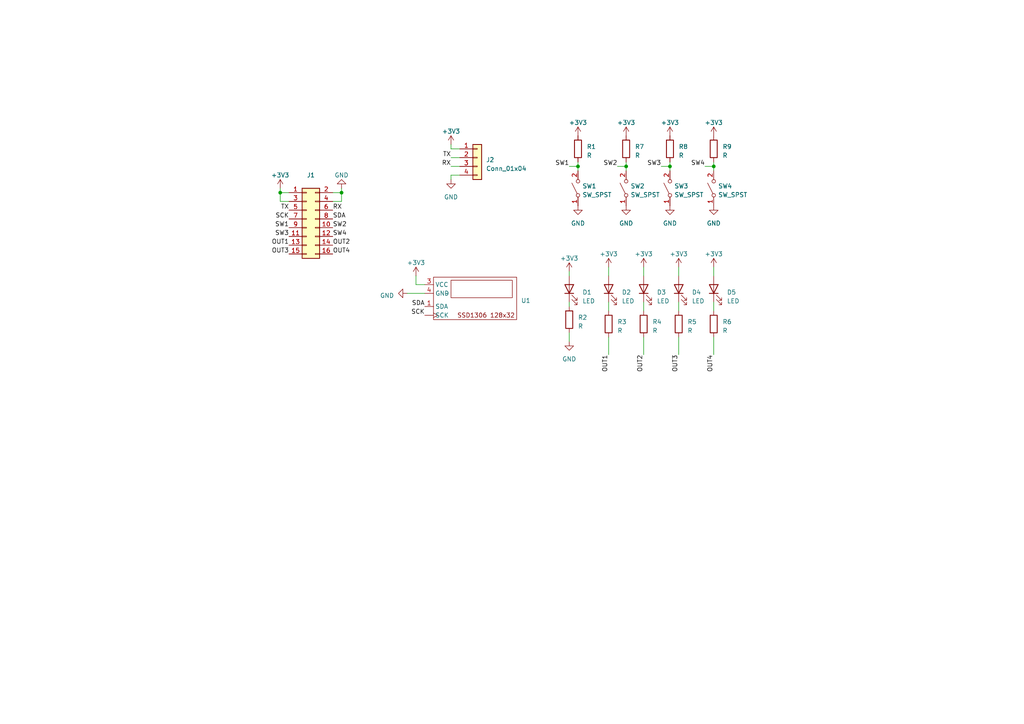
<source format=kicad_sch>
(kicad_sch (version 20230121) (generator eeschema)
  (paper "A4")
  (lib_symbols
    (symbol "Connector_Generic:Conn_01x04" (pin_names (offset 1.016) hide)
      (property "Reference" "J" (at 0 5.08 0))
      (property "Value" "Conn_01x04" (at 0 -7.62 0))
      (symbol "Conn_01x04_1_1"
        (rectangle (start -1.27 -4.953) (end 0 -5.207) (stroke (width 0.1524)))
        (rectangle (start -1.27 -2.413) (end 0 -2.667) (stroke (width 0.1524)))
        (rectangle (start -1.27 0.127) (end 0 -0.127) (stroke (width 0.1524)))
        (rectangle (start -1.27 2.667) (end 0 2.413) (stroke (width 0.1524)))
        (rectangle (start -1.27 3.81) (end 1.27 -6.35) (stroke (width 0.254)) (fill (type background)))
        (pin passive line (at -5.08 2.54 0) (length 3.81) (name "Pin_1") (number "1"))
        (pin passive line (at -5.08 0 0) (length 3.81) (name "Pin_2") (number "2"))
        (pin passive line (at -5.08 -2.54 0) (length 3.81) (name "Pin_3") (number "3"))
        (pin passive line (at -5.08 -5.08 0) (length 3.81) (name "Pin_4") (number "4"))
      )
    )
    (symbol "Connector_Generic:Conn_02x08_Odd_Even" (pin_names (offset 1.016) hide)
      (property "Reference" "J" (at 1.27 10.16 0))
      (property "Value" "Conn_02x08_Odd_Even" (at 1.27 -12.7 0))
      (symbol "Conn_02x08_Odd_Even_1_1"
        (rectangle (start -1.27 -10.033) (end 0 -10.287) (stroke (width 0.1524)))
        (rectangle (start -1.27 -7.493) (end 0 -7.747) (stroke (width 0.1524)))
        (rectangle (start -1.27 -4.953) (end 0 -5.207) (stroke (width 0.1524)))
        (rectangle (start -1.27 -2.413) (end 0 -2.667) (stroke (width 0.1524)))
        (rectangle (start -1.27 0.127) (end 0 -0.127) (stroke (width 0.1524)))
        (rectangle (start -1.27 2.667) (end 0 2.413) (stroke (width 0.1524)))
        (rectangle (start -1.27 5.207) (end 0 4.953) (stroke (width 0.1524)))
        (rectangle (start -1.27 7.747) (end 0 7.493) (stroke (width 0.1524)))
        (rectangle (start -1.27 8.89) (end 3.81 -11.43) (stroke (width 0.254)) (fill (type background)))
        (rectangle (start 3.81 -10.033) (end 2.54 -10.287) (stroke (width 0.1524)))
        (rectangle (start 3.81 -7.493) (end 2.54 -7.747) (stroke (width 0.1524)))
        (rectangle (start 3.81 -4.953) (end 2.54 -5.207) (stroke (width 0.1524)))
        (rectangle (start 3.81 -2.413) (end 2.54 -2.667) (stroke (width 0.1524)))
        (rectangle (start 3.81 0.127) (end 2.54 -0.127) (stroke (width 0.1524)))
        (rectangle (start 3.81 2.667) (end 2.54 2.413) (stroke (width 0.1524)))
        (rectangle (start 3.81 5.207) (end 2.54 4.953) (stroke (width 0.1524)))
        (rectangle (start 3.81 7.747) (end 2.54 7.493) (stroke (width 0.1524)))
        (pin passive line (at -5.08 7.62 0) (length 3.81) (name "Pin_1") (number "1"))
        (pin passive line (at 7.62 -2.54 180) (length 3.81) (name "Pin_10") (number "10"))
        (pin passive line (at -5.08 -5.08 0) (length 3.81) (name "Pin_11") (number "11"))
        (pin passive line (at 7.62 -5.08 180) (length 3.81) (name "Pin_12") (number "12"))
        (pin passive line (at -5.08 -7.62 0) (length 3.81) (name "Pin_13") (number "13"))
        (pin passive line (at 7.62 -7.62 180) (length 3.81) (name "Pin_14") (number "14"))
        (pin passive line (at -5.08 -10.16 0) (length 3.81) (name "Pin_15") (number "15"))
        (pin passive line (at 7.62 -10.16 180) (length 3.81) (name "Pin_16") (number "16"))
        (pin passive line (at 7.62 7.62 180) (length 3.81) (name "Pin_2") (number "2"))
        (pin passive line (at -5.08 5.08 0) (length 3.81) (name "Pin_3") (number "3"))
        (pin passive line (at 7.62 5.08 180) (length 3.81) (name "Pin_4") (number "4"))
        (pin passive line (at -5.08 2.54 0) (length 3.81) (name "Pin_5") (number "5"))
        (pin passive line (at 7.62 2.54 180) (length 3.81) (name "Pin_6") (number "6"))
        (pin passive line (at -5.08 0 0) (length 3.81) (name "Pin_7") (number "7"))
        (pin passive line (at 7.62 0 180) (length 3.81) (name "Pin_8") (number "8"))
        (pin passive line (at -5.08 -2.54 0) (length 3.81) (name "Pin_9") (number "9"))
      )
    )
    (symbol "Device:LED" (pin_numbers hide) (pin_names (offset 1.016) hide)
      (property "Reference" "D" (at 0 2.54 0))
      (property "Value" "LED" (at 0 -2.54 0))
      (symbol "LED_0_1"
        (polyline (pts (xy -1.27 -1.27) (xy -1.27 1.27)) (stroke (width 0.254)))
        (polyline (pts (xy -1.27 0) (xy 1.27 0)))
        (polyline (pts (xy 1.27 -1.27) (xy 1.27 1.27) (xy -1.27 0) (xy 1.27 -1.27)) (stroke (width 0.254)))
        (polyline (pts (xy -3.048 -0.762) (xy -4.572 -2.286) (xy -3.81 -2.286) (xy -4.572 -2.286) (xy -4.572 -1.524)))
        (polyline (pts (xy -1.778 -0.762) (xy -3.302 -2.286) (xy -2.54 -2.286) (xy -3.302 -2.286) (xy -3.302 -1.524)))
      )
      (symbol "LED_1_1"
        (pin passive line (at -3.81 0 0) (length 2.54) (name "K") (number "1"))
        (pin passive line (at 3.81 0 180) (length 2.54) (name "A") (number "2"))
      )
    )
    (symbol "Device:R" (pin_numbers hide) (pin_names (offset 0))
      (property "Reference" "R" (at 2.032 0 90))
      (property "Value" "R" (at 0 0 90))
      (symbol "R_0_1"
        (rectangle (start -1.016 -2.54) (end 1.016 2.54) (stroke (width 0.254)))
      )
      (symbol "R_1_1"
        (pin passive line (at 0 3.81 270) (length 1.27) (name "~") (number "1"))
        (pin passive line (at 0 -3.81 90) (length 1.27) (name "~") (number "2"))
      )
    )
    (symbol "OLED-SSD1306-128x32-0.91:SSD1306-128x32-0.91"
      (property "Reference" "U" (at -12.446 7.112 0))
      (symbol "SSD1306-128x32-0.91_0_1"
        (rectangle (start -12.7 5.969) (end 11.43 -6.35))
        (rectangle (start -7.62 5.08) (end 10.16 0))
      )
      (symbol "SSD1306-128x32-0.91_1_1"
        (text "SSD1306 128x32" (at 2.54 -5.08 0) (effects (font (size 1.27 1.27))))
        (pin input clock (at -15.24 -5.08 0) (length 2.54) (name "SCK") (number ""))
        (pin bidirectional line (at -15.24 -2.54 0) (length 2.54) (name "SDA") (number "1"))
        (pin input line (at -15.24 3.81 0) (length 2.54) (name "VCC") (number "3"))
        (pin input line (at -15.24 1.27 0) (length 2.54) (name "GND") (number "4"))
      )
    )
    (symbol "Switch:SW_SPST" (pin_names (offset 0) hide)
      (property "Reference" "SW" (at 0 3.175 0))
      (property "Value" "SW_SPST" (at 0 -2.54 0))
      (symbol "SW_SPST_0_0"
        (circle (center -2.032 0) (radius 0.508))
        (polyline (pts (xy -1.524 0.254) (xy 1.524 1.778)))
        (circle (center 2.032 0) (radius 0.508))
      )
      (symbol "SW_SPST_1_1"
        (pin passive line (at -5.08 0 0) (length 2.54) (name "A") (number "1"))
        (pin passive line (at 5.08 0 180) (length 2.54) (name "B") (number "2"))
      )
    )
    (symbol "power:+3V3" (power) (pin_names (offset 0))
      (property "Value" "+3V3" (at 0 3.556 0))
      (symbol "+3V3_0_1"
        (polyline (pts (xy -0.762 1.27) (xy 0 2.54)))
        (polyline (pts (xy 0 0) (xy 0 2.54)))
        (polyline (pts (xy 0 2.54) (xy 0.762 1.27)))
      )
      (symbol "+3V3_1_1"
        (pin power_in line (at 0 0 90) (length 0) hide (name "+3V3") (number "1"))
      )
    )
    (symbol "power:GND" (power) (pin_names (offset 0))
      (property "Value" "GND" (at 0 -3.81 0))
      (symbol "GND_0_1"
        (polyline (pts (xy 0 0) (xy 0 -1.27) (xy 1.27 -1.27) (xy 0 -2.54) (xy -1.27 -1.27) (xy 0 -1.27)))
      )
      (symbol "GND_1_1"
        (pin power_in line (at 0 0 270) (length 0) hide (name "GND") (number "1"))
      )
    )
  )
  (junction (at 167.64 48.26))
  (junction (at 99.06 55.88))
  (junction (at 207.01 48.26))
  (junction (at 194.31 48.26))
  (junction (at 181.61 48.26))
  (junction (at 81.28 55.88))
  (wire (pts (xy 130.81 48.26) (xy 133.35 48.26)))
  (wire (pts (xy 123.19 82.55) (xy 120.65 82.55)))
  (wire (pts (xy 96.52 58.42) (xy 99.06 58.42)))
  (wire (pts (xy 167.64 48.26) (xy 167.64 46.99)))
  (wire (pts (xy 165.1 88.9) (xy 165.1 87.63)))
  (wire (pts (xy 83.82 55.88) (xy 81.28 55.88)))
  (wire (pts (xy 186.69 90.17) (xy 186.69 87.63)))
  (wire (pts (xy 207.01 90.17) (xy 207.01 87.63)))
  (wire (pts (xy 99.06 58.42) (xy 99.06 55.88)))
  (wire (pts (xy 120.65 82.55) (xy 120.65 80.01)))
  (wire (pts (xy 207.01 49.53) (xy 207.01 48.26)))
  (wire (pts (xy 176.53 80.01) (xy 176.53 77.47)))
  (wire (pts (xy 165.1 80.01) (xy 165.1 78.74)))
  (wire (pts (xy 81.28 58.42) (xy 81.28 55.88)))
  (wire (pts (xy 207.01 48.26) (xy 207.01 46.99)))
  (wire (pts (xy 186.69 80.01) (xy 186.69 77.47)))
  (wire (pts (xy 207.01 102.87) (xy 207.01 97.79)))
  (wire (pts (xy 165.1 99.06) (xy 165.1 96.52)))
  (wire (pts (xy 176.53 102.87) (xy 176.53 97.79)))
  (wire (pts (xy 181.61 49.53) (xy 181.61 48.26)))
  (wire (pts (xy 130.81 50.8) (xy 130.81 52.07)))
  (wire (pts (xy 81.28 55.88) (xy 81.28 54.61)))
  (wire (pts (xy 204.47 48.26) (xy 207.01 48.26)))
  (wire (pts (xy 176.53 90.17) (xy 176.53 87.63)))
  (wire (pts (xy 130.81 41.91) (xy 130.81 43.18)))
  (wire (pts (xy 186.69 102.87) (xy 186.69 97.79)))
  (wire (pts (xy 130.81 43.18) (xy 133.35 43.18)))
  (wire (pts (xy 99.06 55.88) (xy 99.06 54.61)))
  (wire (pts (xy 207.01 80.01) (xy 207.01 77.47)))
  (wire (pts (xy 179.07 48.26) (xy 181.61 48.26)))
  (wire (pts (xy 165.1 48.26) (xy 167.64 48.26)))
  (wire (pts (xy 96.52 55.88) (xy 99.06 55.88)))
  (wire (pts (xy 130.81 45.72) (xy 133.35 45.72)))
  (wire (pts (xy 167.64 49.53) (xy 167.64 48.26)))
  (wire (pts (xy 191.77 48.26) (xy 194.31 48.26)))
  (wire (pts (xy 118.11 85.09) (xy 123.19 85.09)))
  (wire (pts (xy 196.85 102.87) (xy 196.85 97.79)))
  (wire (pts (xy 83.82 58.42) (xy 81.28 58.42)))
  (wire (pts (xy 181.61 48.26) (xy 181.61 46.99)))
  (wire (pts (xy 196.85 80.01) (xy 196.85 77.47)))
  (wire (pts (xy 194.31 48.26) (xy 194.31 46.99)))
  (wire (pts (xy 194.31 49.53) (xy 194.31 48.26)))
  (wire (pts (xy 133.35 50.8) (xy 130.81 50.8)))
  (wire (pts (xy 196.85 90.17) (xy 196.85 87.63)))
  (label "TX" (at 130.81 45.72 180))
  (label "SW1" (at 165.1 48.26 180))
  (label "SW4" (at 96.52 68.58 0))
  (label "OUT4" (at 207.01 102.87 270))
  (label "SCK" (at 123.19 91.44 180))
  (label "TX" (at 83.82 60.96 180))
  (label "SCK" (at 83.82 63.5 180))
  (label "OUT1" (at 176.53 102.87 270))
  (label "SDA" (at 123.19 88.9 180))
  (label "SDA" (at 96.52 63.5 0))
  (label "SW3" (at 83.82 68.58 180))
  (label "SW4" (at 204.47 48.26 180))
  (label "SW3" (at 191.77 48.26 180))
  (label "OUT3" (at 83.82 73.66 180))
  (label "RX" (at 96.52 60.96 0))
  (label "OUT4" (at 96.52 73.66 0))
  (label "OUT3" (at 196.85 102.87 270))
  (label "SW1" (at 83.82 66.04 180))
  (label "OUT2" (at 96.52 71.12 0))
  (label "OUT2" (at 186.69 102.87 270))
  (label "RX" (at 130.81 48.26 180))
  (label "SW2" (at 179.07 48.26 180))
  (label "OUT1" (at 83.82 71.12 180))
  (label "SW2" (at 96.52 66.04 0))
  (symbol (lib_id "Switch:SW_SPST") (at 207.01 54.61 90) (unit 1)
    (property "Reference" "SW4" (at 208.28 53.975 90) (effects (justify right)))
    (property "Value" "SW_SPST" (at 208.28 56.515 90) (effects (justify right)))
    (property "Footprint" "Button_Switch_THT:SW_PUSH_6mm_H13mm" (effects hide))
  )
  (symbol (lib_id "power:+3V3") (at 167.64 39.37 0) (unit 1)
    (property "Reference" "#PWR017" (effects hide))
    (property "Value" "+3V3" (at 167.64 35.56 0))
  )
  (symbol (lib_id "Device:LED") (at 207.01 83.82 90) (unit 1)
    (property "Reference" "D5" (at 210.82 84.7725 90) (effects (justify right)))
    (property "Value" "LED" (at 210.82 87.3125 90) (effects (justify right)))
    (property "Footprint" "LED_SMD:LED_1206_3216Metric_Pad1.42x1.75mm_HandSolder" (effects hide))
  )
  (symbol (lib_id "power:+3V3") (at 194.31 39.37 0) (unit 1)
    (property "Reference" "#PWR019" (effects hide))
    (property "Value" "+3V3" (at 194.31 35.56 0))
  )
  (symbol (lib_id "Device:R") (at 186.69 93.98 0) (unit 1)
    (property "Reference" "R4" (at 189.23 93.345 0) (effects (justify left)))
    (property "Value" "R" (at 189.23 95.885 0) (effects (justify left)))
    (property "Footprint" "Resistor_SMD:R_1206_3216Metric_Pad1.30x1.75mm_HandSolder" (effects hide))
  )
  (symbol (lib_id "power:+3V3") (at 165.1 78.74 0) (unit 1)
    (property "Reference" "#PWR016" (effects hide))
    (property "Value" "+3V3" (at 165.1 74.93 0))
  )
  (symbol (lib_id "power:GND") (at 99.06 54.61 180) (unit 1)
    (property "Reference" "#PWR02" (effects hide))
    (property "Value" "GND" (at 99.06 50.8 0))
  )
  (symbol (lib_id "power:+3V3") (at 181.61 39.37 0) (unit 1)
    (property "Reference" "#PWR018" (effects hide))
    (property "Value" "+3V3" (at 181.61 35.56 0))
  )
  (symbol (lib_id "Device:R") (at 194.31 43.18 0) (unit 1)
    (property "Reference" "R8" (at 196.85 42.545 0) (effects (justify left)))
    (property "Value" "R" (at 196.85 45.085 0) (effects (justify left)))
    (property "Footprint" "Resistor_SMD:R_1206_3216Metric_Pad1.30x1.75mm_HandSolder" (effects hide))
  )
  (symbol (lib_id "power:GND") (at 165.1 99.06 0) (unit 1)
    (property "Reference" "#PWR015" (effects hide))
    (property "Value" "GND" (at 165.1 104.14 0))
  )
  (symbol (lib_id "Switch:SW_SPST") (at 194.31 54.61 90) (unit 1)
    (property "Reference" "SW3" (at 195.58 53.975 90) (effects (justify right)))
    (property "Value" "SW_SPST" (at 195.58 56.515 90) (effects (justify right)))
    (property "Footprint" "Button_Switch_THT:SW_PUSH_6mm_H13mm" (effects hide))
  )
  (symbol (lib_id "Device:LED") (at 176.53 83.82 90) (unit 1)
    (property "Reference" "D2" (at 180.34 84.7725 90) (effects (justify right)))
    (property "Value" "LED" (at 180.34 87.3125 90) (effects (justify right)))
    (property "Footprint" "LED_SMD:LED_1206_3216Metric_Pad1.42x1.75mm_HandSolder" (effects hide))
  )
  (symbol (lib_id "Device:LED") (at 196.85 83.82 90) (unit 1)
    (property "Reference" "D4" (at 200.66 84.7725 90) (effects (justify right)))
    (property "Value" "LED" (at 200.66 87.3125 90) (effects (justify right)))
    (property "Footprint" "LED_SMD:LED_1206_3216Metric_Pad1.42x1.75mm_HandSolder" (effects hide))
  )
  (symbol (lib_id "power:GND") (at 181.61 59.69 0) (unit 1)
    (property "Reference" "#PWR08" (effects hide))
    (property "Value" "GND" (at 181.61 64.77 0))
  )
  (symbol (lib_id "Connector_Generic:Conn_02x08_Odd_Even") (at 88.9 63.5 0) (unit 1)
    (property "Reference" "J1" (at 90.17 50.8 0))
    (property "Value" "Conn_02x08_Odd_Even" (effects hide))
    (property "Footprint" "Connector_PinHeader_2.54mm:PinHeader_2x08_P2.54mm_Horizontal" (effects hide))
  )
  (symbol (lib_id "power:+3V3") (at 207.01 77.47 0) (unit 1)
    (property "Reference" "#PWR013" (effects hide))
    (property "Value" "+3V3" (at 207.01 73.66 0))
  )
  (symbol (lib_id "Connector_Generic:Conn_01x04") (at 138.43 45.72 0) (unit 1)
    (property "Reference" "J2" (at 140.97 46.355 0) (effects (justify left)))
    (property "Value" "Conn_01x04" (at 140.97 48.895 0) (effects (justify left)))
    (property "Footprint" "Connector_Molex:Molex_PicoBlade_53048-0410_1x04_P1.25mm_Horizontal" (effects hide))
  )
  (symbol (lib_id "power:GND") (at 130.81 52.07 0) (unit 1)
    (property "Reference" "#PWR022" (effects hide))
    (property "Value" "GND" (at 130.81 57.15 0))
  )
  (symbol (lib_id "power:+3V3") (at 120.65 80.01 0) (unit 1)
    (property "Reference" "#PWR05" (effects hide))
    (property "Value" "+3V3" (at 120.65 76.2 0))
  )
  (symbol (lib_id "Device:R") (at 207.01 43.18 0) (unit 1)
    (property "Reference" "R9" (at 209.55 42.545 0) (effects (justify left)))
    (property "Value" "R" (at 209.55 45.085 0) (effects (justify left)))
    (property "Footprint" "Resistor_SMD:R_1206_3216Metric_Pad1.30x1.75mm_HandSolder" (effects hide))
  )
  (symbol (lib_id "power:GND") (at 167.64 59.69 0) (unit 1)
    (property "Reference" "#PWR07" (effects hide))
    (property "Value" "GND" (at 167.64 64.77 0))
  )
  (symbol (lib_id "power:+3V3") (at 130.81 41.91 0) (unit 1)
    (property "Reference" "#PWR021" (effects hide))
    (property "Value" "+3V3" (at 130.81 38.1 0))
  )
  (symbol (lib_id "Device:R") (at 167.64 43.18 0) (unit 1)
    (property "Reference" "R1" (at 170.18 42.545 0) (effects (justify left)))
    (property "Value" "R" (at 170.18 45.085 0) (effects (justify left)))
    (property "Footprint" "Resistor_SMD:R_1206_3216Metric_Pad1.30x1.75mm_HandSolder" (effects hide))
  )
  (symbol (lib_id "power:GND") (at 118.11 85.09 270) (unit 1)
    (property "Reference" "#PWR011" (effects hide))
    (property "Value" "GND" (at 114.3 85.725 90) (effects (justify right)))
  )
  (symbol (lib_id "power:GND") (at 207.01 59.69 0) (unit 1)
    (property "Reference" "#PWR010" (effects hide))
    (property "Value" "GND" (at 207.01 64.77 0))
  )
  (symbol (lib_id "Device:R") (at 196.85 93.98 0) (unit 1)
    (property "Reference" "R5" (at 199.39 93.345 0) (effects (justify left)))
    (property "Value" "R" (at 199.39 95.885 0) (effects (justify left)))
    (property "Footprint" "Resistor_SMD:R_1206_3216Metric_Pad1.30x1.75mm_HandSolder" (effects hide))
  )
  (symbol (lib_id "Device:R") (at 207.01 93.98 0) (unit 1)
    (property "Reference" "R6" (at 209.55 93.345 0) (effects (justify left)))
    (property "Value" "R" (at 209.55 95.885 0) (effects (justify left)))
    (property "Footprint" "Resistor_SMD:R_1206_3216Metric_Pad1.30x1.75mm_HandSolder" (effects hide))
  )
  (symbol (lib_id "power:+3V3") (at 81.28 54.61 0) (unit 1)
    (property "Reference" "#PWR01" (effects hide))
    (property "Value" "+3V3" (at 81.28 50.8 0))
  )
  (symbol (lib_id "Switch:SW_SPST") (at 167.64 54.61 90) (unit 1)
    (property "Reference" "SW1" (at 168.91 53.975 90) (effects (justify right)))
    (property "Value" "SW_SPST" (at 168.91 56.515 90) (effects (justify right)))
    (property "Footprint" "Button_Switch_THT:SW_PUSH_6mm_H13mm" (effects hide))
  )
  (symbol (lib_id "Device:LED") (at 186.69 83.82 90) (unit 1)
    (property "Reference" "D3" (at 190.5 84.7725 90) (effects (justify right)))
    (property "Value" "LED" (at 190.5 87.3125 90) (effects (justify right)))
    (property "Footprint" "LED_SMD:LED_1206_3216Metric_Pad1.42x1.75mm_HandSolder" (effects hide))
  )
  (symbol (lib_id "Device:R") (at 181.61 43.18 0) (unit 1)
    (property "Reference" "R7" (at 184.15 42.545 0) (effects (justify left)))
    (property "Value" "R" (at 184.15 45.085 0) (effects (justify left)))
    (property "Footprint" "Resistor_SMD:R_1206_3216Metric_Pad1.30x1.75mm_HandSolder" (effects hide))
  )
  (symbol (lib_id "Switch:SW_SPST") (at 181.61 54.61 90) (unit 1)
    (property "Reference" "SW2" (at 182.88 53.975 90) (effects (justify right)))
    (property "Value" "SW_SPST" (at 182.88 56.515 90) (effects (justify right)))
    (property "Footprint" "Button_Switch_THT:SW_PUSH_6mm_H13mm" (effects hide))
  )
  (symbol (lib_id "OLED-SSD1306-128x32-0.91:SSD1306-128x32-0.91") (at 138.43 86.36 0) (unit 1)
    (property "Reference" "U1" (at 151.13 87.1855 0) (effects (justify left)))
    (property "Value" "~" (at 129.54 85.09 0))
    (property "Footprint" "OLED-SSD1306-128x32-0.91:OLED_SSD1306_128x32_0.91" (effects hide))
    (property "Sim.Enable" "0" (effects hide))
  )
  (symbol (lib_id "Device:R") (at 176.53 93.98 0) (unit 1)
    (property "Reference" "R3" (at 179.07 93.345 0) (effects (justify left)))
    (property "Value" "R" (at 179.07 95.885 0) (effects (justify left)))
    (property "Footprint" "Resistor_SMD:R_1206_3216Metric_Pad1.30x1.75mm_HandSolder" (effects hide))
  )
  (symbol (lib_id "power:GND") (at 194.31 59.69 0) (unit 1)
    (property "Reference" "#PWR09" (effects hide))
    (property "Value" "GND" (at 194.31 64.77 0))
  )
  (symbol (lib_id "Device:LED") (at 165.1 83.82 90) (unit 1)
    (property "Reference" "D1" (at 168.91 84.7725 90) (effects (justify right)))
    (property "Value" "LED" (at 168.91 87.3125 90) (effects (justify right)))
    (property "Footprint" "LED_SMD:LED_1206_3216Metric_Pad1.42x1.75mm_HandSolder" (effects hide))
  )
  (symbol (lib_id "power:+3V3") (at 186.69 77.47 0) (unit 1)
    (property "Reference" "#PWR04" (effects hide))
    (property "Value" "+3V3" (at 186.69 73.66 0))
  )
  (symbol (lib_id "power:+3V3") (at 176.53 77.47 0) (unit 1)
    (property "Reference" "#PWR03" (effects hide))
    (property "Value" "+3V3" (at 176.53 73.66 0))
  )
  (symbol (lib_id "power:+3V3") (at 196.85 77.47 0) (unit 1)
    (property "Reference" "#PWR06" (effects hide))
    (property "Value" "+3V3" (at 196.85 73.66 0))
  )
  (symbol (lib_id "Device:R") (at 165.1 92.71 0) (unit 1)
    (property "Reference" "R2" (at 167.64 92.075 0) (effects (justify left)))
    (property "Value" "R" (at 167.64 94.615 0) (effects (justify left)))
    (property "Footprint" "Resistor_SMD:R_1206_3216Metric_Pad1.30x1.75mm_HandSolder" (effects hide))
  )
  (symbol (lib_id "power:+3V3") (at 207.01 39.37 0) (unit 1)
    (property "Reference" "#PWR020" (effects hide))
    (property "Value" "+3V3" (at 207.01 35.56 0))
  )
)
</source>
